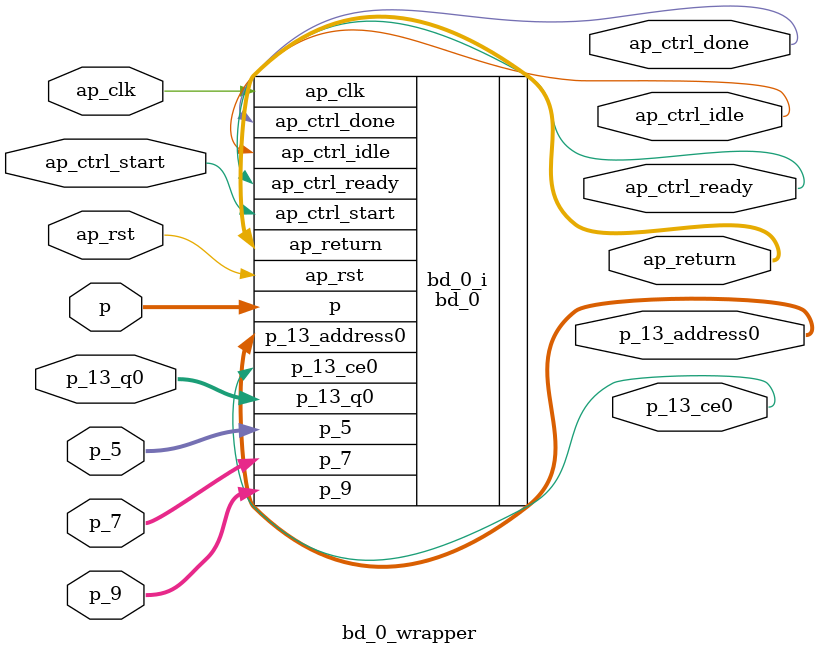
<source format=v>
`timescale 1 ps / 1 ps

module bd_0_wrapper
   (ap_clk,
    ap_ctrl_done,
    ap_ctrl_idle,
    ap_ctrl_ready,
    ap_ctrl_start,
    ap_return,
    ap_rst,
    p,
    p_13_address0,
    p_13_ce0,
    p_13_q0,
    p_5,
    p_7,
    p_9);
  input ap_clk;
  output ap_ctrl_done;
  output ap_ctrl_idle;
  output ap_ctrl_ready;
  input ap_ctrl_start;
  output [15:0]ap_return;
  input ap_rst;
  input [7:0]p;
  output [1:0]p_13_address0;
  output p_13_ce0;
  input [15:0]p_13_q0;
  input [63:0]p_5;
  input [63:0]p_7;
  input [63:0]p_9;

  wire ap_clk;
  wire ap_ctrl_done;
  wire ap_ctrl_idle;
  wire ap_ctrl_ready;
  wire ap_ctrl_start;
  wire [15:0]ap_return;
  wire ap_rst;
  wire [7:0]p;
  wire [1:0]p_13_address0;
  wire p_13_ce0;
  wire [15:0]p_13_q0;
  wire [63:0]p_5;
  wire [63:0]p_7;
  wire [63:0]p_9;

  bd_0 bd_0_i
       (.ap_clk(ap_clk),
        .ap_ctrl_done(ap_ctrl_done),
        .ap_ctrl_idle(ap_ctrl_idle),
        .ap_ctrl_ready(ap_ctrl_ready),
        .ap_ctrl_start(ap_ctrl_start),
        .ap_return(ap_return),
        .ap_rst(ap_rst),
        .p(p),
        .p_13_address0(p_13_address0),
        .p_13_ce0(p_13_ce0),
        .p_13_q0(p_13_q0),
        .p_5(p_5),
        .p_7(p_7),
        .p_9(p_9));
endmodule

</source>
